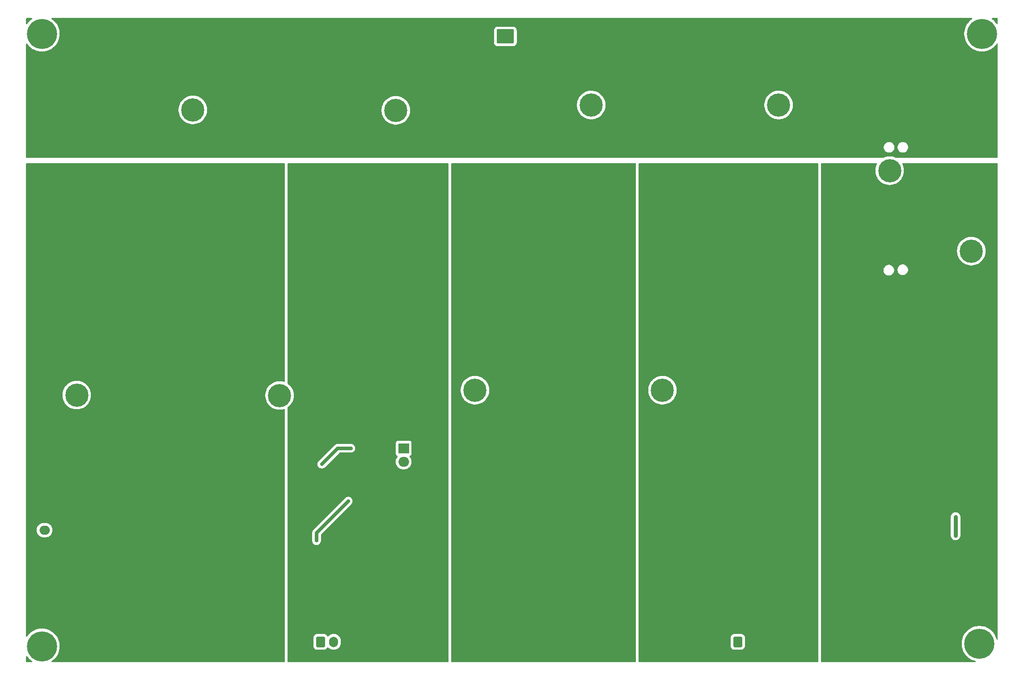
<source format=gbr>
%TF.GenerationSoftware,KiCad,Pcbnew,9.0.2*%
%TF.CreationDate,2026-02-24T05:03:32-05:00*%
%TF.ProjectId,PowerDistro_New,506f7765-7244-4697-9374-726f5f4e6577,rev?*%
%TF.SameCoordinates,Original*%
%TF.FileFunction,Copper,L2,Bot*%
%TF.FilePolarity,Positive*%
%FSLAX46Y46*%
G04 Gerber Fmt 4.6, Leading zero omitted, Abs format (unit mm)*
G04 Created by KiCad (PCBNEW 9.0.2) date 2026-02-24 05:03:32*
%MOMM*%
%LPD*%
G01*
G04 APERTURE LIST*
G04 Aperture macros list*
%AMRoundRect*
0 Rectangle with rounded corners*
0 $1 Rounding radius*
0 $2 $3 $4 $5 $6 $7 $8 $9 X,Y pos of 4 corners*
0 Add a 4 corners polygon primitive as box body*
4,1,4,$2,$3,$4,$5,$6,$7,$8,$9,$2,$3,0*
0 Add four circle primitives for the rounded corners*
1,1,$1+$1,$2,$3*
1,1,$1+$1,$4,$5*
1,1,$1+$1,$6,$7*
1,1,$1+$1,$8,$9*
0 Add four rect primitives between the rounded corners*
20,1,$1+$1,$2,$3,$4,$5,0*
20,1,$1+$1,$4,$5,$6,$7,0*
20,1,$1+$1,$6,$7,$8,$9,0*
20,1,$1+$1,$8,$9,$2,$3,0*%
G04 Aperture macros list end*
%TA.AperFunction,ComponentPad*%
%ADD10C,5.700000*%
%TD*%
%TA.AperFunction,ComponentPad*%
%ADD11C,4.400000*%
%TD*%
%TA.AperFunction,ComponentPad*%
%ADD12RoundRect,0.250000X-0.750000X0.600000X-0.750000X-0.600000X0.750000X-0.600000X0.750000X0.600000X0*%
%TD*%
%TA.AperFunction,ComponentPad*%
%ADD13O,2.000000X1.700000*%
%TD*%
%TA.AperFunction,ComponentPad*%
%ADD14R,2.000000X1.905000*%
%TD*%
%TA.AperFunction,ComponentPad*%
%ADD15O,2.000000X1.905000*%
%TD*%
%TA.AperFunction,ComponentPad*%
%ADD16O,1.750000X1.150000*%
%TD*%
%TA.AperFunction,ComponentPad*%
%ADD17RoundRect,0.250000X-0.600000X-0.750000X0.600000X-0.750000X0.600000X0.750000X-0.600000X0.750000X0*%
%TD*%
%TA.AperFunction,ComponentPad*%
%ADD18O,1.700000X2.000000*%
%TD*%
%TA.AperFunction,ComponentPad*%
%ADD19RoundRect,0.613124X0.613124X0.869641X-0.613124X0.869641X-0.613124X-0.869641X0.613124X-0.869641X0*%
%TD*%
%TA.AperFunction,ComponentPad*%
%ADD20RoundRect,0.617688X0.617688X0.858291X-0.617688X0.858291X-0.617688X-0.858291X0.617688X-0.858291X0*%
%TD*%
%TA.AperFunction,ComponentPad*%
%ADD21RoundRect,0.470000X0.551402X0.470000X-0.551402X0.470000X-0.551402X-0.470000X0.551402X-0.470000X0*%
%TD*%
%TA.AperFunction,ComponentPad*%
%ADD22RoundRect,0.585701X0.585701X0.723217X-0.585701X0.723217X-0.585701X-0.723217X0.585701X-0.723217X0*%
%TD*%
%TA.AperFunction,ComponentPad*%
%ADD23RoundRect,0.250001X1.399999X-1.099999X1.399999X1.099999X-1.399999X1.099999X-1.399999X-1.099999X0*%
%TD*%
%TA.AperFunction,ComponentPad*%
%ADD24O,3.300000X2.700000*%
%TD*%
%TA.AperFunction,ViaPad*%
%ADD25C,0.600000*%
%TD*%
%TA.AperFunction,ViaPad*%
%ADD26C,0.635000*%
%TD*%
%TA.AperFunction,Conductor*%
%ADD27C,0.800000*%
%TD*%
%TA.AperFunction,Conductor*%
%ADD28C,0.635000*%
%TD*%
G04 APERTURE END LIST*
D10*
%TO.P,H3,1*%
%TO.N,N/C*%
X16000000Y-132000000D03*
%TD*%
D11*
%TO.P,U3,1,IN+*%
%TO.N,N/C*%
X155500000Y-29500000D03*
X133500000Y-83500000D03*
%TD*%
D12*
%TO.P,J5,1,Pin_1*%
%TO.N,/Reg1 GND*%
X16500000Y-107500000D03*
D13*
%TO.P,J5,2,Pin_2*%
%TO.N,/12V Reg1*%
X16500000Y-110000000D03*
%TD*%
D11*
%TO.P,U1,1,IN+*%
%TO.N,N/C*%
X44587500Y-30412500D03*
X22587500Y-84412500D03*
%TD*%
D14*
%TO.P,Q1,1,G*%
%TO.N,/LiDAR Wire*%
X84500000Y-94500000D03*
D15*
%TO.P,Q1,2,D*%
%TO.N,/LiDAR GND*%
X84500000Y-97040000D03*
%TO.P,Q1,3,S*%
%TO.N,/Reg2 GND*%
X84500000Y-99580000D03*
%TD*%
D16*
%TO.P,J7,SH1,SHIELD*%
%TO.N,/5V GND*%
X192237500Y-113640000D03*
%TO.P,J7,SH2,SHIELD__1*%
X192237500Y-105000000D03*
%TO.P,J7,SH3,SHIELD__2*%
X196037500Y-113640000D03*
%TO.P,J7,SH4,SHIELD__3*%
X196037500Y-105000000D03*
%TD*%
D11*
%TO.P,U5,1,IN+*%
%TO.N,N/C*%
X120000000Y-29500000D03*
X98000000Y-83500000D03*
%TD*%
D17*
%TO.P,J6,1,Pin_1*%
%TO.N,/LiDAR GND*%
X68750000Y-131150000D03*
D18*
%TO.P,J6,2,Pin_2*%
%TO.N,/12V Reg2*%
X71250000Y-131150000D03*
%TD*%
D10*
%TO.P,H1,1*%
%TO.N,N/C*%
X16000000Y-16000000D03*
%TD*%
%TO.P,H4,1*%
%TO.N,N/C*%
X193500000Y-131500000D03*
%TD*%
%TO.P,H2,1*%
%TO.N,N/C*%
X194000000Y-16000000D03*
%TD*%
D11*
%TO.P,U6,1,IN+*%
%TO.N,N/C*%
X176511148Y-41918656D03*
X191973267Y-57158934D03*
D19*
%TO.P,U6,2,IN-*%
%TO.N,-BATT*%
X192415343Y-37476517D03*
D20*
X189693405Y-37458331D03*
D21*
%TO.P,U6,4,Out-*%
%TO.N,/5V GND*%
X192310034Y-60806094D03*
D22*
X189668639Y-60683226D03*
%TD*%
D17*
%TO.P,J4,1,Pin_1*%
%TO.N,/19V*%
X147750000Y-131150000D03*
D18*
%TO.P,J4,2,Pin_2*%
%TO.N,/19V GND*%
X150250000Y-131150000D03*
%TD*%
D23*
%TO.P,J1,1,Pin_1*%
%TO.N,+BATT*%
X103750000Y-16500000D03*
D24*
%TO.P,J1,2,Pin_2*%
%TO.N,-BATT*%
X109250000Y-16500000D03*
%TD*%
D11*
%TO.P,U2,1,IN+*%
%TO.N,N/C*%
X83000000Y-30500000D03*
X61000000Y-84500000D03*
%TD*%
D25*
%TO.N,/5V GND*%
X196500000Y-103000000D03*
%TO.N,-BATT*%
X23500000Y-26000000D03*
X123000000Y-14000000D03*
X65500000Y-26000000D03*
X81500000Y-25500000D03*
X183000000Y-26000000D03*
X156000000Y-26000000D03*
X18000000Y-35500000D03*
X194500000Y-35000000D03*
X119500000Y-16500000D03*
X92500000Y-19000000D03*
X139000000Y-25000000D03*
X170000000Y-26500000D03*
X127000000Y-26000000D03*
X124000000Y-16500000D03*
X94000000Y-14000000D03*
X41000000Y-25500000D03*
X116000000Y-25000000D03*
X103000000Y-25000000D03*
X129000000Y-36000000D03*
X56000000Y-36000000D03*
X93500000Y-36000000D03*
X91000000Y-16500000D03*
X163000000Y-35000000D03*
X120500000Y-20000000D03*
%TO.N,/Reg3 GND*%
X104000000Y-81500000D03*
X105500000Y-97000000D03*
X125500000Y-60500000D03*
X109000000Y-127500000D03*
X125000000Y-75500000D03*
%TO.N,/Reg1 GND*%
X59500000Y-104500000D03*
X18000000Y-75000000D03*
X17500000Y-100500000D03*
X52000000Y-60000000D03*
X41500000Y-103500000D03*
X54500000Y-75000000D03*
X30500000Y-125500000D03*
%TO.N,/19V GND*%
X156000000Y-128500000D03*
X160500000Y-76500000D03*
X138500000Y-85000000D03*
X132500000Y-76000000D03*
X161500000Y-62000000D03*
D26*
%TO.N,/LiDAR GND*%
X74000000Y-104500000D03*
X68000000Y-112000000D03*
D25*
%TO.N,/5V GND*%
X194500000Y-74000000D03*
X171000000Y-115500000D03*
X190500000Y-105500000D03*
X174500000Y-128000000D03*
X187500000Y-113000000D03*
X193500000Y-66000000D03*
X172500000Y-80500000D03*
X193000000Y-103000000D03*
X193000000Y-116000000D03*
X196500000Y-116000000D03*
D26*
%TO.N,/LiDAR Wire*%
X74500000Y-94500000D03*
X69000000Y-97500000D03*
D25*
%TO.N,/Reg2 GND*%
X85000000Y-115500000D03*
X66500000Y-103000000D03*
X90500000Y-61500000D03*
X90000000Y-76000000D03*
X66500000Y-82000000D03*
%TO.N,Net-(J7-CC2)*%
X189000000Y-107500000D03*
X189000000Y-111000000D03*
%TD*%
D27*
%TO.N,Net-(J7-CC2)*%
X189000000Y-111000000D02*
X189000000Y-107500000D01*
D28*
%TO.N,/12V Reg1*%
X16585172Y-110000000D02*
X16500000Y-110000000D01*
%TO.N,/LiDAR GND*%
X74000000Y-104500000D02*
X68000000Y-110500000D01*
X68000000Y-110500000D02*
X68000000Y-112000000D01*
%TO.N,/LiDAR Wire*%
X72000000Y-94500000D02*
X69000000Y-97500000D01*
X74500000Y-94500000D02*
X72000000Y-94500000D01*
%TD*%
%TA.AperFunction,Conductor*%
%TO.N,/Reg2 GND*%
G36*
X92937539Y-40519685D02*
G01*
X92983294Y-40572489D01*
X92994500Y-40624000D01*
X92994500Y-134875500D01*
X92974815Y-134942539D01*
X92922011Y-134988294D01*
X92870500Y-134999500D01*
X62624000Y-134999500D01*
X62556961Y-134979815D01*
X62511206Y-134927011D01*
X62500000Y-134875500D01*
X62500000Y-130349983D01*
X67399500Y-130349983D01*
X67399500Y-131950001D01*
X67399501Y-131950018D01*
X67410000Y-132052796D01*
X67410001Y-132052799D01*
X67455894Y-132191294D01*
X67465186Y-132219334D01*
X67557288Y-132368656D01*
X67681344Y-132492712D01*
X67830666Y-132584814D01*
X67997203Y-132639999D01*
X68099991Y-132650500D01*
X69400008Y-132650499D01*
X69502797Y-132639999D01*
X69669334Y-132584814D01*
X69818656Y-132492712D01*
X69942712Y-132368656D01*
X70034814Y-132219334D01*
X70034814Y-132219331D01*
X70038178Y-132213879D01*
X70090126Y-132167154D01*
X70159088Y-132155931D01*
X70223170Y-132183774D01*
X70231398Y-132191294D01*
X70370213Y-132330109D01*
X70542179Y-132455048D01*
X70542181Y-132455049D01*
X70542184Y-132455051D01*
X70731588Y-132551557D01*
X70933757Y-132617246D01*
X71143713Y-132650500D01*
X71143714Y-132650500D01*
X71356286Y-132650500D01*
X71356287Y-132650500D01*
X71566243Y-132617246D01*
X71768412Y-132551557D01*
X71957816Y-132455051D01*
X71979789Y-132439086D01*
X72129786Y-132330109D01*
X72129788Y-132330106D01*
X72129792Y-132330104D01*
X72280104Y-132179792D01*
X72280106Y-132179788D01*
X72280109Y-132179786D01*
X72405048Y-132007820D01*
X72405047Y-132007820D01*
X72405051Y-132007816D01*
X72501557Y-131818412D01*
X72567246Y-131616243D01*
X72600500Y-131406287D01*
X72600500Y-130893713D01*
X72567246Y-130683757D01*
X72501557Y-130481588D01*
X72405051Y-130292184D01*
X72405049Y-130292181D01*
X72405048Y-130292179D01*
X72280109Y-130120213D01*
X72129786Y-129969890D01*
X71957820Y-129844951D01*
X71768414Y-129748444D01*
X71768413Y-129748443D01*
X71768412Y-129748443D01*
X71566243Y-129682754D01*
X71566241Y-129682753D01*
X71566240Y-129682753D01*
X71404957Y-129657208D01*
X71356287Y-129649500D01*
X71143713Y-129649500D01*
X71095042Y-129657208D01*
X70933760Y-129682753D01*
X70731585Y-129748444D01*
X70542179Y-129844951D01*
X70370215Y-129969889D01*
X70231398Y-130108706D01*
X70170075Y-130142190D01*
X70100383Y-130137206D01*
X70044450Y-130095334D01*
X70038178Y-130086120D01*
X69942712Y-129931344D01*
X69818657Y-129807289D01*
X69818656Y-129807288D01*
X69669334Y-129715186D01*
X69502797Y-129660001D01*
X69502795Y-129660000D01*
X69400010Y-129649500D01*
X68099998Y-129649500D01*
X68099981Y-129649501D01*
X67997203Y-129660000D01*
X67997200Y-129660001D01*
X67830668Y-129715185D01*
X67830663Y-129715187D01*
X67681342Y-129807289D01*
X67557289Y-129931342D01*
X67465187Y-130080663D01*
X67465185Y-130080668D01*
X67460325Y-130095334D01*
X67410001Y-130247203D01*
X67410001Y-130247204D01*
X67410000Y-130247204D01*
X67399500Y-130349983D01*
X62500000Y-130349983D01*
X62500000Y-110419429D01*
X67182000Y-110419429D01*
X67182000Y-112080570D01*
X67213433Y-112238594D01*
X67213435Y-112238602D01*
X67275096Y-112387466D01*
X67364619Y-112521447D01*
X67478552Y-112635380D01*
X67612533Y-112724903D01*
X67686965Y-112755733D01*
X67761398Y-112786565D01*
X67919429Y-112817999D01*
X67919433Y-112818000D01*
X67919434Y-112818000D01*
X68080567Y-112818000D01*
X68080568Y-112817999D01*
X68238602Y-112786565D01*
X68387468Y-112724902D01*
X68521445Y-112635382D01*
X68635382Y-112521445D01*
X68724902Y-112387468D01*
X68786565Y-112238602D01*
X68818000Y-112080566D01*
X68818000Y-110890189D01*
X68837685Y-110823150D01*
X68854319Y-110802508D01*
X74635379Y-105021448D01*
X74635382Y-105021445D01*
X74724902Y-104887469D01*
X74747956Y-104831811D01*
X74786565Y-104738602D01*
X74818000Y-104580566D01*
X74818000Y-104419434D01*
X74786565Y-104261398D01*
X74755733Y-104186965D01*
X74724903Y-104112533D01*
X74635380Y-103978552D01*
X74521447Y-103864619D01*
X74387466Y-103775096D01*
X74238602Y-103713435D01*
X74238594Y-103713433D01*
X74080570Y-103682000D01*
X74080566Y-103682000D01*
X73919434Y-103682000D01*
X73919429Y-103682000D01*
X73761405Y-103713433D01*
X73761393Y-103713436D01*
X73656132Y-103757037D01*
X73612533Y-103775096D01*
X73612528Y-103775099D01*
X73478559Y-103864614D01*
X73478551Y-103864620D01*
X67364620Y-109978551D01*
X67364617Y-109978555D01*
X67275100Y-110112525D01*
X67275093Y-110112538D01*
X67213436Y-110261393D01*
X67213433Y-110261405D01*
X67182000Y-110419429D01*
X62500000Y-110419429D01*
X62500000Y-97419429D01*
X68182000Y-97419429D01*
X68182000Y-97580570D01*
X68213433Y-97738594D01*
X68213435Y-97738602D01*
X68239504Y-97801538D01*
X68239504Y-97801539D01*
X68275093Y-97887461D01*
X68275100Y-97887474D01*
X68364617Y-98021444D01*
X68364620Y-98021448D01*
X68478551Y-98135379D01*
X68478555Y-98135382D01*
X68612532Y-98224903D01*
X68686963Y-98255732D01*
X68686964Y-98255733D01*
X68686965Y-98255733D01*
X68761398Y-98286565D01*
X68919429Y-98317999D01*
X68919433Y-98318000D01*
X68919434Y-98318000D01*
X69080567Y-98318000D01*
X69080568Y-98317999D01*
X69238602Y-98286565D01*
X69313035Y-98255733D01*
X69387468Y-98224903D01*
X69521445Y-98135382D01*
X72302507Y-95354318D01*
X72363830Y-95320834D01*
X72390188Y-95318000D01*
X74580567Y-95318000D01*
X74580568Y-95317999D01*
X74738602Y-95286565D01*
X74887468Y-95224902D01*
X75021445Y-95135382D01*
X75135382Y-95021445D01*
X75224902Y-94887468D01*
X75286565Y-94738602D01*
X75318000Y-94580566D01*
X75318000Y-94419434D01*
X75286565Y-94261398D01*
X75255733Y-94186965D01*
X75224903Y-94112533D01*
X75135380Y-93978552D01*
X75021447Y-93864619D01*
X74887466Y-93775096D01*
X74738602Y-93713435D01*
X74738594Y-93713433D01*
X74580570Y-93682000D01*
X74580566Y-93682000D01*
X71919434Y-93682000D01*
X71919429Y-93682000D01*
X71761405Y-93713433D01*
X71761393Y-93713436D01*
X71612536Y-93775094D01*
X71612534Y-93775095D01*
X71535722Y-93826420D01*
X71478554Y-93864618D01*
X71421586Y-93921586D01*
X71364618Y-93978555D01*
X71364616Y-93978557D01*
X68364620Y-96978551D01*
X68364617Y-96978555D01*
X68275100Y-97112526D01*
X68275098Y-97112530D01*
X68275097Y-97112532D01*
X68252044Y-97168189D01*
X68213435Y-97261397D01*
X68213433Y-97261405D01*
X68182000Y-97419429D01*
X62500000Y-97419429D01*
X62500000Y-93499635D01*
X82999500Y-93499635D01*
X82999500Y-95500370D01*
X82999501Y-95500376D01*
X83005908Y-95559983D01*
X83056202Y-95694828D01*
X83056206Y-95694835D01*
X83142452Y-95810044D01*
X83142455Y-95810047D01*
X83257664Y-95896293D01*
X83257669Y-95896296D01*
X83285539Y-95906690D01*
X83341473Y-95948561D01*
X83365891Y-96014024D01*
X83351040Y-96082298D01*
X83342525Y-96095759D01*
X83209783Y-96278461D01*
X83105950Y-96482244D01*
X83035278Y-96699750D01*
X83035278Y-96699753D01*
X82999500Y-96925646D01*
X82999500Y-97154353D01*
X83035278Y-97380246D01*
X83035278Y-97380249D01*
X83105950Y-97597755D01*
X83209783Y-97801538D01*
X83344214Y-97986566D01*
X83505934Y-98148286D01*
X83690962Y-98282717D01*
X83760209Y-98318000D01*
X83894744Y-98386549D01*
X84112251Y-98457221D01*
X84112252Y-98457221D01*
X84112255Y-98457222D01*
X84338146Y-98493000D01*
X84338147Y-98493000D01*
X84661853Y-98493000D01*
X84661854Y-98493000D01*
X84887745Y-98457222D01*
X84887748Y-98457221D01*
X84887749Y-98457221D01*
X85105255Y-98386549D01*
X85105255Y-98386548D01*
X85105258Y-98386548D01*
X85309038Y-98282717D01*
X85494066Y-98148286D01*
X85655786Y-97986566D01*
X85790217Y-97801538D01*
X85894048Y-97597758D01*
X85951989Y-97419434D01*
X85964721Y-97380249D01*
X85964721Y-97380248D01*
X85964722Y-97380245D01*
X86000500Y-97154354D01*
X86000500Y-96925646D01*
X85964722Y-96699755D01*
X85964721Y-96699751D01*
X85964721Y-96699750D01*
X85894049Y-96482244D01*
X85790216Y-96278461D01*
X85657472Y-96095755D01*
X85633994Y-96029953D01*
X85649819Y-95961899D01*
X85699925Y-95913204D01*
X85714455Y-95906692D01*
X85742331Y-95896296D01*
X85857546Y-95810046D01*
X85943796Y-95694831D01*
X85994091Y-95559983D01*
X86000500Y-95500373D01*
X86000499Y-93499628D01*
X85994091Y-93440017D01*
X85943796Y-93305169D01*
X85943795Y-93305168D01*
X85943793Y-93305164D01*
X85857547Y-93189955D01*
X85857544Y-93189952D01*
X85742335Y-93103706D01*
X85742328Y-93103702D01*
X85607482Y-93053408D01*
X85607483Y-93053408D01*
X85547883Y-93047001D01*
X85547881Y-93047000D01*
X85547873Y-93047000D01*
X85547864Y-93047000D01*
X83452129Y-93047000D01*
X83452123Y-93047001D01*
X83392516Y-93053408D01*
X83257671Y-93103702D01*
X83257664Y-93103706D01*
X83142455Y-93189952D01*
X83142452Y-93189955D01*
X83056206Y-93305164D01*
X83056202Y-93305171D01*
X83005908Y-93440017D01*
X82999501Y-93499616D01*
X82999501Y-93499623D01*
X82999500Y-93499635D01*
X62500000Y-93499635D01*
X62500000Y-86815369D01*
X62519685Y-86748330D01*
X62558033Y-86710372D01*
X62565164Y-86705892D01*
X62802304Y-86516779D01*
X63016779Y-86302304D01*
X63205892Y-86065164D01*
X63367265Y-85808341D01*
X63498868Y-85535065D01*
X63599046Y-85248772D01*
X63666540Y-84953063D01*
X63700500Y-84651657D01*
X63700500Y-84348343D01*
X63673489Y-84108612D01*
X63666542Y-84046951D01*
X63666541Y-84046946D01*
X63666540Y-84046937D01*
X63599046Y-83751228D01*
X63498868Y-83464935D01*
X63367265Y-83191659D01*
X63205892Y-82934836D01*
X63016779Y-82697696D01*
X62802304Y-82483221D01*
X62565164Y-82294108D01*
X62558020Y-82289619D01*
X62511733Y-82237281D01*
X62500000Y-82184630D01*
X62500000Y-40624000D01*
X62519685Y-40556961D01*
X62572489Y-40511206D01*
X62624000Y-40500000D01*
X92870500Y-40500000D01*
X92937539Y-40519685D01*
G37*
%TD.AperFunction*%
%TD*%
%TA.AperFunction,Conductor*%
%TO.N,-BATT*%
G36*
X192116593Y-13020185D02*
G01*
X192162348Y-13072989D01*
X192172292Y-13142147D01*
X192143267Y-13205703D01*
X192118445Y-13227602D01*
X192001710Y-13305601D01*
X192001696Y-13305611D01*
X191747222Y-13514453D01*
X191514453Y-13747222D01*
X191305611Y-14001696D01*
X191305601Y-14001710D01*
X191122718Y-14275414D01*
X191122707Y-14275432D01*
X190967535Y-14565741D01*
X190967528Y-14565755D01*
X190841552Y-14869887D01*
X190745987Y-15184922D01*
X190745984Y-15184933D01*
X190681768Y-15507781D01*
X190681765Y-15507798D01*
X190649500Y-15835403D01*
X190649500Y-16164596D01*
X190681765Y-16492201D01*
X190681768Y-16492218D01*
X190745984Y-16815066D01*
X190745987Y-16815077D01*
X190841552Y-17130112D01*
X190967528Y-17434244D01*
X190967535Y-17434258D01*
X191122707Y-17724567D01*
X191122718Y-17724585D01*
X191305601Y-17998289D01*
X191305611Y-17998303D01*
X191514453Y-18252777D01*
X191747222Y-18485546D01*
X191747227Y-18485550D01*
X191747228Y-18485551D01*
X192001702Y-18694393D01*
X192275421Y-18877286D01*
X192565749Y-19032469D01*
X192869889Y-19158448D01*
X193184913Y-19254010D01*
X193184919Y-19254011D01*
X193184922Y-19254012D01*
X193184933Y-19254015D01*
X193365361Y-19289903D01*
X193507787Y-19318233D01*
X193835400Y-19350500D01*
X193835403Y-19350500D01*
X194164597Y-19350500D01*
X194164600Y-19350500D01*
X194492213Y-19318233D01*
X194669760Y-19282916D01*
X194815066Y-19254015D01*
X194815077Y-19254012D01*
X194815077Y-19254011D01*
X194815087Y-19254010D01*
X195130111Y-19158448D01*
X195434251Y-19032469D01*
X195724579Y-18877286D01*
X195998298Y-18694393D01*
X196252772Y-18485551D01*
X196485551Y-18252772D01*
X196694393Y-17998298D01*
X196772398Y-17881554D01*
X196826010Y-17836750D01*
X196895335Y-17828043D01*
X196958362Y-17858197D01*
X196995082Y-17917640D01*
X196999500Y-17950446D01*
X196999500Y-39376000D01*
X196979815Y-39443039D01*
X196927011Y-39488794D01*
X196875500Y-39500000D01*
X177741077Y-39500000D01*
X177687275Y-39487720D01*
X177546216Y-39419789D01*
X177259931Y-39319613D01*
X177259919Y-39319609D01*
X177031704Y-39267520D01*
X176964211Y-39252116D01*
X176964208Y-39252115D01*
X176964196Y-39252113D01*
X176662811Y-39218156D01*
X176662805Y-39218156D01*
X176359491Y-39218156D01*
X176359484Y-39218156D01*
X176058099Y-39252113D01*
X176058085Y-39252116D01*
X175762376Y-39319609D01*
X175762364Y-39319613D01*
X175476079Y-39419789D01*
X175335021Y-39487720D01*
X175281219Y-39500000D01*
X13124500Y-39500000D01*
X13057461Y-39480315D01*
X13011706Y-39427511D01*
X13000500Y-39376000D01*
X13000500Y-37615926D01*
X175409578Y-37615926D01*
X175448026Y-37809212D01*
X175448029Y-37809222D01*
X175523443Y-37991290D01*
X175523450Y-37991303D01*
X175632939Y-38155164D01*
X175632942Y-38155168D01*
X175772293Y-38294519D01*
X175772297Y-38294522D01*
X175936158Y-38404011D01*
X175936171Y-38404018D01*
X176118239Y-38479432D01*
X176118244Y-38479434D01*
X176118248Y-38479434D01*
X176118249Y-38479435D01*
X176311535Y-38517883D01*
X176311538Y-38517883D01*
X176508622Y-38517883D01*
X176638661Y-38492015D01*
X176701914Y-38479434D01*
X176883993Y-38404015D01*
X177047861Y-38294522D01*
X177187218Y-38155165D01*
X177296711Y-37991297D01*
X177372130Y-37809218D01*
X177410579Y-37615924D01*
X177410579Y-37598543D01*
X178007506Y-37598543D01*
X178045954Y-37791829D01*
X178045957Y-37791839D01*
X178121371Y-37973907D01*
X178121378Y-37973920D01*
X178230867Y-38137781D01*
X178230870Y-38137785D01*
X178370221Y-38277136D01*
X178370225Y-38277139D01*
X178534086Y-38386628D01*
X178534099Y-38386635D01*
X178716167Y-38462049D01*
X178716172Y-38462051D01*
X178716176Y-38462051D01*
X178716177Y-38462052D01*
X178909463Y-38500500D01*
X178909466Y-38500500D01*
X179106550Y-38500500D01*
X179236589Y-38474632D01*
X179299842Y-38462051D01*
X179481921Y-38386632D01*
X179645789Y-38277139D01*
X179785146Y-38137782D01*
X179894639Y-37973914D01*
X179970058Y-37791835D01*
X180005049Y-37615926D01*
X180008507Y-37598543D01*
X180008507Y-37401456D01*
X179970059Y-37208170D01*
X179970058Y-37208169D01*
X179970058Y-37208165D01*
X179901842Y-37043475D01*
X179894642Y-37026092D01*
X179894635Y-37026079D01*
X179785146Y-36862218D01*
X179785143Y-36862214D01*
X179645792Y-36722863D01*
X179645788Y-36722860D01*
X179481927Y-36613371D01*
X179481914Y-36613364D01*
X179299846Y-36537950D01*
X179299836Y-36537947D01*
X179106550Y-36499500D01*
X179106548Y-36499500D01*
X178909466Y-36499500D01*
X178909464Y-36499500D01*
X178716177Y-36537947D01*
X178716167Y-36537950D01*
X178534099Y-36613364D01*
X178534086Y-36613371D01*
X178370225Y-36722860D01*
X178370221Y-36722863D01*
X178230870Y-36862214D01*
X178230867Y-36862218D01*
X178121378Y-37026079D01*
X178121371Y-37026092D01*
X178045957Y-37208160D01*
X178045954Y-37208170D01*
X178007507Y-37401456D01*
X178007507Y-37401459D01*
X178007507Y-37598541D01*
X178007507Y-37598543D01*
X178007506Y-37598543D01*
X177410579Y-37598543D01*
X177410579Y-37418842D01*
X177410579Y-37418839D01*
X177410578Y-37418838D01*
X177407121Y-37401459D01*
X177372130Y-37225548D01*
X177364928Y-37208160D01*
X177296714Y-37043475D01*
X177296707Y-37043462D01*
X177187218Y-36879601D01*
X177187215Y-36879597D01*
X177047864Y-36740246D01*
X177047860Y-36740243D01*
X176883999Y-36630754D01*
X176883986Y-36630747D01*
X176701918Y-36555333D01*
X176701908Y-36555330D01*
X176508622Y-36516883D01*
X176508620Y-36516883D01*
X176311538Y-36516883D01*
X176311536Y-36516883D01*
X176118249Y-36555330D01*
X176118239Y-36555333D01*
X175936171Y-36630747D01*
X175936158Y-36630754D01*
X175772297Y-36740243D01*
X175772293Y-36740246D01*
X175632942Y-36879597D01*
X175632939Y-36879601D01*
X175523450Y-37043462D01*
X175523443Y-37043475D01*
X175448029Y-37225543D01*
X175448026Y-37225553D01*
X175409579Y-37418839D01*
X175409579Y-37418842D01*
X175409579Y-37615924D01*
X175409579Y-37615926D01*
X175409578Y-37615926D01*
X13000500Y-37615926D01*
X13000500Y-30260836D01*
X41887000Y-30260836D01*
X41887000Y-30564163D01*
X41920957Y-30865548D01*
X41920960Y-30865562D01*
X41988453Y-31161271D01*
X41988457Y-31161283D01*
X42088633Y-31447568D01*
X42220233Y-31720838D01*
X42220235Y-31720841D01*
X42381608Y-31977664D01*
X42570721Y-32214804D01*
X42785196Y-32429279D01*
X43022336Y-32618392D01*
X43279159Y-32779765D01*
X43552435Y-32911368D01*
X43767451Y-32986605D01*
X43838716Y-33011542D01*
X43838728Y-33011546D01*
X44134437Y-33079040D01*
X44134446Y-33079041D01*
X44134451Y-33079042D01*
X44335374Y-33101680D01*
X44435837Y-33112999D01*
X44435840Y-33113000D01*
X44435843Y-33113000D01*
X44739160Y-33113000D01*
X44739161Y-33112999D01*
X44893194Y-33095644D01*
X45040548Y-33079042D01*
X45040551Y-33079041D01*
X45040563Y-33079040D01*
X45336272Y-33011546D01*
X45622565Y-32911368D01*
X45895841Y-32779765D01*
X46152664Y-32618392D01*
X46389804Y-32429279D01*
X46604279Y-32214804D01*
X46793392Y-31977664D01*
X46954765Y-31720841D01*
X47086368Y-31447565D01*
X47186546Y-31161272D01*
X47254040Y-30865563D01*
X47260488Y-30808341D01*
X47270644Y-30718194D01*
X47288000Y-30564157D01*
X47288000Y-30348336D01*
X80299500Y-30348336D01*
X80299500Y-30651663D01*
X80333457Y-30953048D01*
X80333460Y-30953062D01*
X80400953Y-31248771D01*
X80400957Y-31248783D01*
X80501133Y-31535068D01*
X80632733Y-31808338D01*
X80632735Y-31808341D01*
X80794108Y-32065164D01*
X80983221Y-32302304D01*
X81197696Y-32516779D01*
X81434836Y-32705892D01*
X81691659Y-32867265D01*
X81964935Y-32998868D01*
X82179951Y-33074105D01*
X82251216Y-33099042D01*
X82251228Y-33099046D01*
X82546937Y-33166540D01*
X82546946Y-33166541D01*
X82546951Y-33166542D01*
X82747874Y-33189180D01*
X82848337Y-33200499D01*
X82848340Y-33200500D01*
X82848343Y-33200500D01*
X83151660Y-33200500D01*
X83151661Y-33200499D01*
X83305694Y-33183144D01*
X83453048Y-33166542D01*
X83453051Y-33166541D01*
X83453063Y-33166540D01*
X83748772Y-33099046D01*
X84035065Y-32998868D01*
X84308341Y-32867265D01*
X84565164Y-32705892D01*
X84802304Y-32516779D01*
X85016779Y-32302304D01*
X85205892Y-32065164D01*
X85367265Y-31808341D01*
X85498868Y-31535065D01*
X85599046Y-31248772D01*
X85666540Y-30953063D01*
X85676401Y-30865548D01*
X85700499Y-30651663D01*
X85700500Y-30651659D01*
X85700500Y-30348340D01*
X85700499Y-30348336D01*
X85666542Y-30046951D01*
X85666541Y-30046946D01*
X85666540Y-30046937D01*
X85599046Y-29751228D01*
X85498868Y-29464935D01*
X85498865Y-29464930D01*
X85498863Y-29464923D01*
X85466955Y-29398665D01*
X85442718Y-29348336D01*
X117299500Y-29348336D01*
X117299500Y-29651663D01*
X117333457Y-29953048D01*
X117333460Y-29953062D01*
X117400953Y-30248771D01*
X117400957Y-30248783D01*
X117501133Y-30535068D01*
X117632733Y-30808338D01*
X117632735Y-30808341D01*
X117794108Y-31065164D01*
X117983221Y-31302304D01*
X118197696Y-31516779D01*
X118434836Y-31705892D01*
X118691659Y-31867265D01*
X118964935Y-31998868D01*
X119154393Y-32065162D01*
X119251216Y-32099042D01*
X119251228Y-32099046D01*
X119546937Y-32166540D01*
X119546946Y-32166541D01*
X119546951Y-32166542D01*
X119747874Y-32189180D01*
X119848337Y-32200499D01*
X119848340Y-32200500D01*
X119848343Y-32200500D01*
X120151660Y-32200500D01*
X120151661Y-32200499D01*
X120305694Y-32183144D01*
X120453048Y-32166542D01*
X120453051Y-32166541D01*
X120453063Y-32166540D01*
X120748772Y-32099046D01*
X121035065Y-31998868D01*
X121308341Y-31867265D01*
X121565164Y-31705892D01*
X121802304Y-31516779D01*
X122016779Y-31302304D01*
X122205892Y-31065164D01*
X122367265Y-30808341D01*
X122498868Y-30535065D01*
X122599046Y-30248772D01*
X122666540Y-29953063D01*
X122700500Y-29651657D01*
X122700500Y-29348343D01*
X122700499Y-29348336D01*
X152799500Y-29348336D01*
X152799500Y-29651663D01*
X152833457Y-29953048D01*
X152833460Y-29953062D01*
X152900953Y-30248771D01*
X152900957Y-30248783D01*
X153001133Y-30535068D01*
X153132733Y-30808338D01*
X153132735Y-30808341D01*
X153294108Y-31065164D01*
X153483221Y-31302304D01*
X153697696Y-31516779D01*
X153934836Y-31705892D01*
X154191659Y-31867265D01*
X154464935Y-31998868D01*
X154654393Y-32065162D01*
X154751216Y-32099042D01*
X154751228Y-32099046D01*
X155046937Y-32166540D01*
X155046946Y-32166541D01*
X155046951Y-32166542D01*
X155247874Y-32189180D01*
X155348337Y-32200499D01*
X155348340Y-32200500D01*
X155348343Y-32200500D01*
X155651660Y-32200500D01*
X155651661Y-32200499D01*
X155805694Y-32183144D01*
X155953048Y-32166542D01*
X155953051Y-32166541D01*
X155953063Y-32166540D01*
X156248772Y-32099046D01*
X156535065Y-31998868D01*
X156808341Y-31867265D01*
X157065164Y-31705892D01*
X157302304Y-31516779D01*
X157516779Y-31302304D01*
X157705892Y-31065164D01*
X157867265Y-30808341D01*
X157998868Y-30535065D01*
X158099046Y-30248772D01*
X158166540Y-29953063D01*
X158200500Y-29651657D01*
X158200500Y-29348343D01*
X158172988Y-29104161D01*
X158166542Y-29046951D01*
X158166541Y-29046946D01*
X158166540Y-29046937D01*
X158099046Y-28751228D01*
X157998868Y-28464935D01*
X157867265Y-28191659D01*
X157705892Y-27934836D01*
X157516779Y-27697696D01*
X157302304Y-27483221D01*
X157065164Y-27294108D01*
X156808341Y-27132735D01*
X156808338Y-27132733D01*
X156535068Y-27001133D01*
X156248783Y-26900957D01*
X156248771Y-26900953D01*
X156020556Y-26848864D01*
X155953063Y-26833460D01*
X155953060Y-26833459D01*
X155953048Y-26833457D01*
X155651663Y-26799500D01*
X155651657Y-26799500D01*
X155348343Y-26799500D01*
X155348336Y-26799500D01*
X155046951Y-26833457D01*
X155046937Y-26833460D01*
X154751228Y-26900953D01*
X154751216Y-26900957D01*
X154464931Y-27001133D01*
X154191661Y-27132733D01*
X153934837Y-27294107D01*
X153697696Y-27483220D01*
X153483220Y-27697696D01*
X153294107Y-27934837D01*
X153132733Y-28191661D01*
X153001133Y-28464931D01*
X152900957Y-28751216D01*
X152900953Y-28751228D01*
X152833460Y-29046937D01*
X152833457Y-29046951D01*
X152799500Y-29348336D01*
X122700499Y-29348336D01*
X122672988Y-29104161D01*
X122666542Y-29046951D01*
X122666541Y-29046946D01*
X122666540Y-29046937D01*
X122599046Y-28751228D01*
X122498868Y-28464935D01*
X122367265Y-28191659D01*
X122205892Y-27934836D01*
X122016779Y-27697696D01*
X121802304Y-27483221D01*
X121565164Y-27294108D01*
X121308341Y-27132735D01*
X121308338Y-27132733D01*
X121035068Y-27001133D01*
X120748783Y-26900957D01*
X120748771Y-26900953D01*
X120520556Y-26848864D01*
X120453063Y-26833460D01*
X120453060Y-26833459D01*
X120453048Y-26833457D01*
X120151663Y-26799500D01*
X120151657Y-26799500D01*
X119848343Y-26799500D01*
X119848336Y-26799500D01*
X119546951Y-26833457D01*
X119546937Y-26833460D01*
X119251228Y-26900953D01*
X119251216Y-26900957D01*
X118964931Y-27001133D01*
X118691661Y-27132733D01*
X118434837Y-27294107D01*
X118197696Y-27483220D01*
X117983220Y-27697696D01*
X117794107Y-27934837D01*
X117632733Y-28191661D01*
X117501133Y-28464931D01*
X117400957Y-28751216D01*
X117400953Y-28751228D01*
X117333460Y-29046937D01*
X117333457Y-29046951D01*
X117299500Y-29348336D01*
X85442718Y-29348336D01*
X85367266Y-29191661D01*
X85312285Y-29104159D01*
X85205892Y-28934836D01*
X85016779Y-28697696D01*
X84802304Y-28483221D01*
X84565164Y-28294108D01*
X84308341Y-28132735D01*
X84308338Y-28132733D01*
X84035068Y-28001133D01*
X83748783Y-27900957D01*
X83748771Y-27900953D01*
X83520556Y-27848864D01*
X83453063Y-27833460D01*
X83453060Y-27833459D01*
X83453048Y-27833457D01*
X83151663Y-27799500D01*
X83151657Y-27799500D01*
X82848343Y-27799500D01*
X82848336Y-27799500D01*
X82546951Y-27833457D01*
X82546937Y-27833460D01*
X82251228Y-27900953D01*
X82251216Y-27900957D01*
X81964931Y-28001133D01*
X81691661Y-28132733D01*
X81434837Y-28294107D01*
X81197696Y-28483220D01*
X80983220Y-28697696D01*
X80794107Y-28934837D01*
X80632733Y-29191661D01*
X80501133Y-29464931D01*
X80400957Y-29751216D01*
X80400953Y-29751228D01*
X80333460Y-30046937D01*
X80333457Y-30046951D01*
X80299500Y-30348336D01*
X47288000Y-30348336D01*
X47288000Y-30260843D01*
X47276680Y-30160374D01*
X47254042Y-29959451D01*
X47254041Y-29959446D01*
X47254040Y-29959437D01*
X47186546Y-29663728D01*
X47086368Y-29377435D01*
X46954765Y-29104159D01*
X46793392Y-28847336D01*
X46604279Y-28610196D01*
X46389804Y-28395721D01*
X46152664Y-28206608D01*
X45895841Y-28045235D01*
X45895838Y-28045233D01*
X45622568Y-27913633D01*
X45336283Y-27813457D01*
X45336271Y-27813453D01*
X45108056Y-27761364D01*
X45040563Y-27745960D01*
X45040560Y-27745959D01*
X45040548Y-27745957D01*
X44739163Y-27712000D01*
X44739157Y-27712000D01*
X44435843Y-27712000D01*
X44435836Y-27712000D01*
X44134451Y-27745957D01*
X44134437Y-27745960D01*
X43838728Y-27813453D01*
X43838716Y-27813457D01*
X43552431Y-27913633D01*
X43279161Y-28045233D01*
X43022337Y-28206607D01*
X42785196Y-28395720D01*
X42570720Y-28610196D01*
X42381607Y-28847337D01*
X42220233Y-29104161D01*
X42088633Y-29377431D01*
X41988457Y-29663716D01*
X41988453Y-29663728D01*
X41920960Y-29959437D01*
X41920957Y-29959451D01*
X41887000Y-30260836D01*
X13000500Y-30260836D01*
X13000500Y-17950446D01*
X13020185Y-17883407D01*
X13072989Y-17837652D01*
X13142147Y-17827708D01*
X13205703Y-17856733D01*
X13227602Y-17881555D01*
X13305601Y-17998289D01*
X13305611Y-17998303D01*
X13514453Y-18252777D01*
X13747222Y-18485546D01*
X13747227Y-18485550D01*
X13747228Y-18485551D01*
X14001702Y-18694393D01*
X14275421Y-18877286D01*
X14565749Y-19032469D01*
X14869889Y-19158448D01*
X15184913Y-19254010D01*
X15184919Y-19254011D01*
X15184922Y-19254012D01*
X15184933Y-19254015D01*
X15365361Y-19289903D01*
X15507787Y-19318233D01*
X15835400Y-19350500D01*
X15835403Y-19350500D01*
X16164597Y-19350500D01*
X16164600Y-19350500D01*
X16492213Y-19318233D01*
X16669760Y-19282916D01*
X16815066Y-19254015D01*
X16815077Y-19254012D01*
X16815077Y-19254011D01*
X16815087Y-19254010D01*
X17130111Y-19158448D01*
X17434251Y-19032469D01*
X17724579Y-18877286D01*
X17998298Y-18694393D01*
X18252772Y-18485551D01*
X18485551Y-18252772D01*
X18694393Y-17998298D01*
X18877286Y-17724579D01*
X19032469Y-17434251D01*
X19158448Y-17130111D01*
X19254010Y-16815087D01*
X19254012Y-16815077D01*
X19254015Y-16815066D01*
X19282916Y-16669760D01*
X19318233Y-16492213D01*
X19350500Y-16164600D01*
X19350500Y-15835400D01*
X19318233Y-15507787D01*
X19286844Y-15349984D01*
X101599500Y-15349984D01*
X101599500Y-17650015D01*
X101610000Y-17752795D01*
X101610001Y-17752796D01*
X101665186Y-17919335D01*
X101665187Y-17919337D01*
X101757286Y-18068651D01*
X101757289Y-18068655D01*
X101881344Y-18192710D01*
X101881348Y-18192713D01*
X102030662Y-18284812D01*
X102030664Y-18284813D01*
X102030666Y-18284814D01*
X102197203Y-18339999D01*
X102299992Y-18350500D01*
X102299997Y-18350500D01*
X105200003Y-18350500D01*
X105200008Y-18350500D01*
X105302797Y-18339999D01*
X105469334Y-18284814D01*
X105618655Y-18192711D01*
X105742711Y-18068655D01*
X105834814Y-17919334D01*
X105889999Y-17752797D01*
X105900500Y-17650008D01*
X105900500Y-15349992D01*
X105889999Y-15247203D01*
X105834814Y-15080666D01*
X105742711Y-14931345D01*
X105618655Y-14807289D01*
X105618651Y-14807286D01*
X105469337Y-14715187D01*
X105469335Y-14715186D01*
X105386065Y-14687593D01*
X105302797Y-14660001D01*
X105302795Y-14660000D01*
X105200015Y-14649500D01*
X105200008Y-14649500D01*
X102299992Y-14649500D01*
X102299984Y-14649500D01*
X102197204Y-14660000D01*
X102197203Y-14660001D01*
X102030664Y-14715186D01*
X102030662Y-14715187D01*
X101881348Y-14807286D01*
X101881344Y-14807289D01*
X101757289Y-14931344D01*
X101757286Y-14931348D01*
X101665187Y-15080662D01*
X101665186Y-15080664D01*
X101610001Y-15247203D01*
X101610000Y-15247204D01*
X101599500Y-15349984D01*
X19286844Y-15349984D01*
X19254010Y-15184913D01*
X19158448Y-14869889D01*
X19032469Y-14565749D01*
X18877286Y-14275421D01*
X18694393Y-14001702D01*
X18485551Y-13747228D01*
X18485550Y-13747227D01*
X18485546Y-13747222D01*
X18252777Y-13514453D01*
X17998303Y-13305611D01*
X17998302Y-13305610D01*
X17998298Y-13305607D01*
X17881554Y-13227601D01*
X17836750Y-13173990D01*
X17828043Y-13104665D01*
X17858197Y-13041638D01*
X17917640Y-13004918D01*
X17950446Y-13000500D01*
X192049554Y-13000500D01*
X192116593Y-13020185D01*
G37*
%TD.AperFunction*%
%TD*%
%TA.AperFunction,NonConductor*%
G36*
X14116593Y-13020185D02*
G01*
X14162348Y-13072989D01*
X14172292Y-13142147D01*
X14143267Y-13205703D01*
X14118445Y-13227602D01*
X14001710Y-13305601D01*
X14001696Y-13305611D01*
X13747222Y-13514453D01*
X13514453Y-13747222D01*
X13305611Y-14001696D01*
X13305601Y-14001710D01*
X13227602Y-14118444D01*
X13173990Y-14163249D01*
X13104665Y-14171956D01*
X13041637Y-14141801D01*
X13004918Y-14082358D01*
X13000500Y-14049553D01*
X13000500Y-13124500D01*
X13020185Y-13057461D01*
X13072989Y-13011706D01*
X13124500Y-13000500D01*
X14049554Y-13000500D01*
X14116593Y-13020185D01*
G37*
%TD.AperFunction*%
%TA.AperFunction,NonConductor*%
G36*
X196942539Y-13020185D02*
G01*
X196988294Y-13072989D01*
X196999500Y-13124500D01*
X196999500Y-14049553D01*
X196979815Y-14116592D01*
X196927011Y-14162347D01*
X196857853Y-14172291D01*
X196794297Y-14143266D01*
X196772398Y-14118444D01*
X196694398Y-14001710D01*
X196694393Y-14001702D01*
X196485551Y-13747228D01*
X196485550Y-13747227D01*
X196485546Y-13747222D01*
X196252777Y-13514453D01*
X195998303Y-13305611D01*
X195998302Y-13305610D01*
X195998298Y-13305607D01*
X195881554Y-13227601D01*
X195836750Y-13173990D01*
X195828043Y-13104665D01*
X195858197Y-13041638D01*
X195917640Y-13004918D01*
X195950446Y-13000500D01*
X196875500Y-13000500D01*
X196942539Y-13020185D01*
G37*
%TD.AperFunction*%
%TA.AperFunction,Conductor*%
%TO.N,/Reg3 GND*%
G36*
X128437539Y-40519685D02*
G01*
X128483294Y-40572489D01*
X128494500Y-40624000D01*
X128494500Y-134875500D01*
X128474815Y-134942539D01*
X128422011Y-134988294D01*
X128370500Y-134999500D01*
X93624000Y-134999500D01*
X93556961Y-134979815D01*
X93511206Y-134927011D01*
X93500000Y-134875500D01*
X93500000Y-83348336D01*
X95299500Y-83348336D01*
X95299500Y-83651663D01*
X95333457Y-83953048D01*
X95333460Y-83953062D01*
X95400953Y-84248771D01*
X95400957Y-84248783D01*
X95501133Y-84535068D01*
X95632733Y-84808338D01*
X95632735Y-84808341D01*
X95794108Y-85065164D01*
X95983221Y-85302304D01*
X96197696Y-85516779D01*
X96434836Y-85705892D01*
X96691659Y-85867265D01*
X96964935Y-85998868D01*
X97179951Y-86074105D01*
X97251216Y-86099042D01*
X97251228Y-86099046D01*
X97546937Y-86166540D01*
X97546946Y-86166541D01*
X97546951Y-86166542D01*
X97747874Y-86189180D01*
X97848337Y-86200499D01*
X97848340Y-86200500D01*
X97848343Y-86200500D01*
X98151660Y-86200500D01*
X98151661Y-86200499D01*
X98305694Y-86183144D01*
X98453048Y-86166542D01*
X98453051Y-86166541D01*
X98453063Y-86166540D01*
X98748772Y-86099046D01*
X99035065Y-85998868D01*
X99308341Y-85867265D01*
X99565164Y-85705892D01*
X99802304Y-85516779D01*
X100016779Y-85302304D01*
X100205892Y-85065164D01*
X100367265Y-84808341D01*
X100498868Y-84535065D01*
X100599046Y-84248772D01*
X100666540Y-83953063D01*
X100676097Y-83868247D01*
X100700499Y-83651663D01*
X100700500Y-83651659D01*
X100700500Y-83348340D01*
X100700499Y-83348336D01*
X100666542Y-83046951D01*
X100666541Y-83046946D01*
X100666540Y-83046937D01*
X100599046Y-82751228D01*
X100498868Y-82464935D01*
X100367265Y-82191659D01*
X100205892Y-81934836D01*
X100016779Y-81697696D01*
X99802304Y-81483221D01*
X99565164Y-81294108D01*
X99308341Y-81132735D01*
X99308338Y-81132733D01*
X99035068Y-81001133D01*
X98748783Y-80900957D01*
X98748771Y-80900953D01*
X98520556Y-80848864D01*
X98453063Y-80833460D01*
X98453060Y-80833459D01*
X98453048Y-80833457D01*
X98151663Y-80799500D01*
X98151657Y-80799500D01*
X97848343Y-80799500D01*
X97848336Y-80799500D01*
X97546951Y-80833457D01*
X97546937Y-80833460D01*
X97251228Y-80900953D01*
X97251216Y-80900957D01*
X96964931Y-81001133D01*
X96691661Y-81132733D01*
X96434837Y-81294107D01*
X96197696Y-81483220D01*
X95983220Y-81697696D01*
X95794107Y-81934837D01*
X95632733Y-82191661D01*
X95501133Y-82464931D01*
X95400957Y-82751216D01*
X95400953Y-82751228D01*
X95333460Y-83046937D01*
X95333457Y-83046951D01*
X95299500Y-83348336D01*
X93500000Y-83348336D01*
X93500000Y-40624000D01*
X93519685Y-40556961D01*
X93572489Y-40511206D01*
X93624000Y-40500000D01*
X128370500Y-40500000D01*
X128437539Y-40519685D01*
G37*
%TD.AperFunction*%
%TD*%
%TA.AperFunction,Conductor*%
%TO.N,/Reg1 GND*%
G36*
X61870549Y-40513728D02*
G01*
X61937581Y-40533439D01*
X61983315Y-40586261D01*
X61994500Y-40637728D01*
X61994500Y-81812175D01*
X61974815Y-81879214D01*
X61922011Y-81924969D01*
X61852853Y-81934913D01*
X61829547Y-81929217D01*
X61748778Y-81900956D01*
X61748770Y-81900953D01*
X61540516Y-81853420D01*
X61453063Y-81833460D01*
X61453060Y-81833459D01*
X61453048Y-81833457D01*
X61151663Y-81799500D01*
X61151657Y-81799500D01*
X60848343Y-81799500D01*
X60848336Y-81799500D01*
X60546951Y-81833457D01*
X60546937Y-81833460D01*
X60251228Y-81900953D01*
X60251216Y-81900957D01*
X59964931Y-82001133D01*
X59691661Y-82132733D01*
X59434837Y-82294107D01*
X59197696Y-82483220D01*
X58983220Y-82697696D01*
X58794107Y-82934837D01*
X58632733Y-83191661D01*
X58501133Y-83464931D01*
X58400957Y-83751216D01*
X58400953Y-83751228D01*
X58333460Y-84046937D01*
X58333457Y-84046951D01*
X58299500Y-84348336D01*
X58299500Y-84651663D01*
X58333457Y-84953048D01*
X58333460Y-84953062D01*
X58400953Y-85248771D01*
X58400957Y-85248783D01*
X58501133Y-85535068D01*
X58632733Y-85808338D01*
X58632735Y-85808341D01*
X58794108Y-86065164D01*
X58983221Y-86302304D01*
X59197696Y-86516779D01*
X59434836Y-86705892D01*
X59691659Y-86867265D01*
X59964935Y-86998868D01*
X60160277Y-87067221D01*
X60251216Y-87099042D01*
X60251228Y-87099046D01*
X60546937Y-87166540D01*
X60546946Y-87166541D01*
X60546951Y-87166542D01*
X60735839Y-87187824D01*
X60848337Y-87200499D01*
X60848340Y-87200500D01*
X60848343Y-87200500D01*
X61151660Y-87200500D01*
X61151661Y-87200499D01*
X61305694Y-87183144D01*
X61453048Y-87166542D01*
X61453051Y-87166541D01*
X61453063Y-87166540D01*
X61748772Y-87099046D01*
X61762894Y-87094104D01*
X61829545Y-87070783D01*
X61899324Y-87067221D01*
X61959951Y-87101949D01*
X61992179Y-87163943D01*
X61994500Y-87187824D01*
X61994500Y-134875500D01*
X61974815Y-134942539D01*
X61922011Y-134988294D01*
X61870500Y-134999500D01*
X17950446Y-134999500D01*
X17883407Y-134979815D01*
X17837652Y-134927011D01*
X17827708Y-134857853D01*
X17856733Y-134794297D01*
X17881555Y-134772398D01*
X17998298Y-134694393D01*
X18252772Y-134485551D01*
X18485551Y-134252772D01*
X18694393Y-133998298D01*
X18877286Y-133724579D01*
X19032469Y-133434251D01*
X19158448Y-133130111D01*
X19254010Y-132815087D01*
X19254012Y-132815077D01*
X19254015Y-132815066D01*
X19282916Y-132669760D01*
X19318233Y-132492213D01*
X19350500Y-132164600D01*
X19350500Y-131835400D01*
X19318233Y-131507787D01*
X19289903Y-131365361D01*
X19254015Y-131184933D01*
X19254012Y-131184922D01*
X19254011Y-131184919D01*
X19254010Y-131184913D01*
X19158448Y-130869889D01*
X19032469Y-130565749D01*
X18877286Y-130275421D01*
X18694393Y-130001702D01*
X18485551Y-129747228D01*
X18485550Y-129747227D01*
X18485546Y-129747222D01*
X18252777Y-129514453D01*
X17998303Y-129305611D01*
X17998302Y-129305610D01*
X17998298Y-129305607D01*
X17724579Y-129122714D01*
X17724574Y-129122711D01*
X17724567Y-129122707D01*
X17434258Y-128967535D01*
X17434251Y-128967531D01*
X17434244Y-128967528D01*
X17130112Y-128841552D01*
X16815077Y-128745987D01*
X16815066Y-128745984D01*
X16492218Y-128681768D01*
X16492213Y-128681767D01*
X16492211Y-128681766D01*
X16492201Y-128681765D01*
X16251522Y-128658061D01*
X16164600Y-128649500D01*
X15835400Y-128649500D01*
X15755540Y-128657365D01*
X15507798Y-128681765D01*
X15507781Y-128681768D01*
X15184933Y-128745984D01*
X15184922Y-128745987D01*
X14869887Y-128841552D01*
X14565755Y-128967528D01*
X14565741Y-128967535D01*
X14275432Y-129122707D01*
X14275414Y-129122718D01*
X14001710Y-129305601D01*
X14001696Y-129305611D01*
X13747222Y-129514453D01*
X13514453Y-129747222D01*
X13305611Y-130001696D01*
X13305601Y-130001710D01*
X13227602Y-130118444D01*
X13173990Y-130163249D01*
X13104665Y-130171956D01*
X13041637Y-130141801D01*
X13004918Y-130082358D01*
X13000500Y-130049553D01*
X13000500Y-109893713D01*
X14999500Y-109893713D01*
X14999500Y-110106287D01*
X15032754Y-110316243D01*
X15074611Y-110445066D01*
X15098444Y-110518414D01*
X15194951Y-110707820D01*
X15319890Y-110879786D01*
X15470213Y-111030109D01*
X15642179Y-111155048D01*
X15642181Y-111155049D01*
X15642184Y-111155051D01*
X15831588Y-111251557D01*
X16033757Y-111317246D01*
X16243713Y-111350500D01*
X16243714Y-111350500D01*
X16756286Y-111350500D01*
X16756287Y-111350500D01*
X16966243Y-111317246D01*
X17168412Y-111251557D01*
X17357816Y-111155051D01*
X17379789Y-111139086D01*
X17529786Y-111030109D01*
X17529788Y-111030106D01*
X17529792Y-111030104D01*
X17680104Y-110879792D01*
X17680106Y-110879788D01*
X17680109Y-110879786D01*
X17805048Y-110707820D01*
X17805047Y-110707820D01*
X17805051Y-110707816D01*
X17901557Y-110518412D01*
X17967246Y-110316243D01*
X18000500Y-110106287D01*
X18000500Y-109893713D01*
X17967246Y-109683757D01*
X17901557Y-109481588D01*
X17805051Y-109292184D01*
X17805049Y-109292181D01*
X17805048Y-109292179D01*
X17680109Y-109120213D01*
X17529786Y-108969890D01*
X17357820Y-108844951D01*
X17168414Y-108748444D01*
X17168413Y-108748443D01*
X17168412Y-108748443D01*
X16966243Y-108682754D01*
X16966241Y-108682753D01*
X16966240Y-108682753D01*
X16804957Y-108657208D01*
X16756287Y-108649500D01*
X16243713Y-108649500D01*
X16195042Y-108657208D01*
X16033760Y-108682753D01*
X15831585Y-108748444D01*
X15642179Y-108844951D01*
X15470213Y-108969890D01*
X15319890Y-109120213D01*
X15194951Y-109292179D01*
X15098444Y-109481585D01*
X15032753Y-109683760D01*
X14999500Y-109893713D01*
X13000500Y-109893713D01*
X13000500Y-84260836D01*
X19887000Y-84260836D01*
X19887000Y-84564163D01*
X19920957Y-84865548D01*
X19920960Y-84865562D01*
X19988453Y-85161271D01*
X19988457Y-85161283D01*
X20088633Y-85447568D01*
X20220233Y-85720838D01*
X20220235Y-85720841D01*
X20381608Y-85977664D01*
X20570721Y-86214804D01*
X20785196Y-86429279D01*
X21022336Y-86618392D01*
X21279159Y-86779765D01*
X21552435Y-86911368D01*
X21767451Y-86986605D01*
X21838716Y-87011542D01*
X21838728Y-87011546D01*
X22134437Y-87079040D01*
X22134446Y-87079041D01*
X22134451Y-87079042D01*
X22335374Y-87101680D01*
X22435837Y-87112999D01*
X22435840Y-87113000D01*
X22435843Y-87113000D01*
X22739160Y-87113000D01*
X22739161Y-87112999D01*
X22893194Y-87095644D01*
X23040548Y-87079042D01*
X23040551Y-87079041D01*
X23040563Y-87079040D01*
X23336272Y-87011546D01*
X23622565Y-86911368D01*
X23895841Y-86779765D01*
X24152664Y-86618392D01*
X24389804Y-86429279D01*
X24604279Y-86214804D01*
X24793392Y-85977664D01*
X24954765Y-85720841D01*
X25086368Y-85447565D01*
X25186546Y-85161272D01*
X25254040Y-84865563D01*
X25288000Y-84564157D01*
X25288000Y-84260843D01*
X25276680Y-84160374D01*
X25254042Y-83959451D01*
X25254041Y-83959446D01*
X25254040Y-83959437D01*
X25186546Y-83663728D01*
X25086368Y-83377435D01*
X24954765Y-83104159D01*
X24793392Y-82847336D01*
X24604279Y-82610196D01*
X24389804Y-82395721D01*
X24152664Y-82206608D01*
X23895841Y-82045235D01*
X23895838Y-82045233D01*
X23622568Y-81913633D01*
X23336283Y-81813457D01*
X23336271Y-81813453D01*
X23108056Y-81761364D01*
X23040563Y-81745960D01*
X23040560Y-81745959D01*
X23040548Y-81745957D01*
X22739163Y-81712000D01*
X22739157Y-81712000D01*
X22435843Y-81712000D01*
X22435836Y-81712000D01*
X22134451Y-81745957D01*
X22134437Y-81745960D01*
X21838728Y-81813453D01*
X21838716Y-81813457D01*
X21552431Y-81913633D01*
X21279161Y-82045233D01*
X21022337Y-82206607D01*
X20785196Y-82395720D01*
X20570720Y-82610196D01*
X20381607Y-82847337D01*
X20220233Y-83104161D01*
X20088633Y-83377431D01*
X19988457Y-83663716D01*
X19988453Y-83663728D01*
X19920960Y-83959437D01*
X19920957Y-83959451D01*
X19887000Y-84260836D01*
X13000500Y-84260836D01*
X13000500Y-40618535D01*
X13020185Y-40551496D01*
X13072989Y-40505741D01*
X13124541Y-40494536D01*
X61870549Y-40513728D01*
G37*
%TD.AperFunction*%
%TD*%
%TA.AperFunction,NonConductor*%
G36*
X13205703Y-133856733D02*
G01*
X13227602Y-133881555D01*
X13305601Y-133998289D01*
X13305611Y-133998303D01*
X13514453Y-134252777D01*
X13747222Y-134485546D01*
X13747227Y-134485550D01*
X13747228Y-134485551D01*
X14001702Y-134694393D01*
X14118445Y-134772398D01*
X14163250Y-134826010D01*
X14171957Y-134895335D01*
X14141803Y-134958362D01*
X14082360Y-134995082D01*
X14049554Y-134999500D01*
X13124500Y-134999500D01*
X13057461Y-134979815D01*
X13011706Y-134927011D01*
X13000500Y-134875500D01*
X13000500Y-133950446D01*
X13020185Y-133883407D01*
X13072989Y-133837652D01*
X13142147Y-133827708D01*
X13205703Y-133856733D01*
G37*
%TD.AperFunction*%
%TA.AperFunction,Conductor*%
%TO.N,/5V GND*%
G36*
X174066702Y-40519685D02*
G01*
X174112457Y-40572489D01*
X174122401Y-40641647D01*
X174111383Y-40677802D01*
X174012281Y-40883587D01*
X173912105Y-41169872D01*
X173912101Y-41169884D01*
X173844608Y-41465593D01*
X173844605Y-41465607D01*
X173810648Y-41766992D01*
X173810648Y-42070319D01*
X173844605Y-42371704D01*
X173844608Y-42371718D01*
X173912101Y-42667427D01*
X173912105Y-42667439D01*
X174012281Y-42953724D01*
X174143881Y-43226994D01*
X174143883Y-43226997D01*
X174305256Y-43483820D01*
X174494369Y-43720960D01*
X174708844Y-43935435D01*
X174945984Y-44124548D01*
X175202807Y-44285921D01*
X175476083Y-44417524D01*
X175691099Y-44492761D01*
X175762364Y-44517698D01*
X175762376Y-44517702D01*
X176058085Y-44585196D01*
X176058094Y-44585197D01*
X176058099Y-44585198D01*
X176259022Y-44607836D01*
X176359485Y-44619155D01*
X176359488Y-44619156D01*
X176359491Y-44619156D01*
X176662808Y-44619156D01*
X176662809Y-44619155D01*
X176816842Y-44601800D01*
X176964196Y-44585198D01*
X176964199Y-44585197D01*
X176964211Y-44585196D01*
X177259920Y-44517702D01*
X177546213Y-44417524D01*
X177819489Y-44285921D01*
X178076312Y-44124548D01*
X178313452Y-43935435D01*
X178527927Y-43720960D01*
X178717040Y-43483820D01*
X178878413Y-43226997D01*
X179010016Y-42953721D01*
X179110194Y-42667428D01*
X179177688Y-42371719D01*
X179211648Y-42070313D01*
X179211648Y-41766999D01*
X179177688Y-41465593D01*
X179110194Y-41169884D01*
X179010016Y-40883591D01*
X178910912Y-40677801D01*
X178899561Y-40608861D01*
X178927283Y-40544726D01*
X178985278Y-40505760D01*
X179022633Y-40500000D01*
X196875500Y-40500000D01*
X196942539Y-40519685D01*
X196988294Y-40572489D01*
X196999500Y-40624000D01*
X196999500Y-130660078D01*
X196979815Y-130727117D01*
X196927011Y-130772872D01*
X196857853Y-130782816D01*
X196794297Y-130753791D01*
X196756523Y-130695013D01*
X196754769Y-130687878D01*
X196754754Y-130687882D01*
X196754012Y-130684922D01*
X196754011Y-130684919D01*
X196754010Y-130684913D01*
X196658448Y-130369889D01*
X196532469Y-130065749D01*
X196377286Y-129775421D01*
X196194393Y-129501702D01*
X195985551Y-129247228D01*
X195985550Y-129247227D01*
X195985546Y-129247222D01*
X195752777Y-129014453D01*
X195498303Y-128805611D01*
X195498302Y-128805610D01*
X195498298Y-128805607D01*
X195224579Y-128622714D01*
X195224574Y-128622711D01*
X195224567Y-128622707D01*
X194934258Y-128467535D01*
X194934251Y-128467531D01*
X194934244Y-128467528D01*
X194630112Y-128341552D01*
X194315077Y-128245987D01*
X194315066Y-128245984D01*
X193992218Y-128181768D01*
X193992213Y-128181767D01*
X193992211Y-128181766D01*
X193992201Y-128181765D01*
X193751522Y-128158061D01*
X193664600Y-128149500D01*
X193335400Y-128149500D01*
X193255540Y-128157365D01*
X193007798Y-128181765D01*
X193007781Y-128181768D01*
X192684933Y-128245984D01*
X192684922Y-128245987D01*
X192369887Y-128341552D01*
X192065755Y-128467528D01*
X192065741Y-128467535D01*
X191775432Y-128622707D01*
X191775414Y-128622718D01*
X191501710Y-128805601D01*
X191501696Y-128805611D01*
X191247222Y-129014453D01*
X191014453Y-129247222D01*
X190805611Y-129501696D01*
X190805601Y-129501710D01*
X190622718Y-129775414D01*
X190622707Y-129775432D01*
X190467535Y-130065741D01*
X190467528Y-130065755D01*
X190341552Y-130369887D01*
X190245987Y-130684922D01*
X190245984Y-130684933D01*
X190181768Y-131007781D01*
X190181765Y-131007798D01*
X190149500Y-131335403D01*
X190149500Y-131664596D01*
X190181765Y-131992201D01*
X190181768Y-131992218D01*
X190245984Y-132315066D01*
X190245987Y-132315077D01*
X190341552Y-132630112D01*
X190467528Y-132934244D01*
X190467535Y-132934258D01*
X190622707Y-133224567D01*
X190622718Y-133224585D01*
X190805601Y-133498289D01*
X190805611Y-133498303D01*
X191014453Y-133752777D01*
X191247222Y-133985546D01*
X191247227Y-133985550D01*
X191247228Y-133985551D01*
X191501702Y-134194393D01*
X191775421Y-134377286D01*
X192065749Y-134532469D01*
X192369889Y-134658448D01*
X192684913Y-134754010D01*
X192684919Y-134754011D01*
X192684922Y-134754012D01*
X192687882Y-134754754D01*
X192687656Y-134755654D01*
X192746179Y-134786266D01*
X192780755Y-134846981D01*
X192777017Y-134916750D01*
X192736151Y-134973423D01*
X192671134Y-134999006D01*
X192660079Y-134999500D01*
X163624000Y-134999500D01*
X163556961Y-134979815D01*
X163511206Y-134927011D01*
X163500000Y-134875500D01*
X163500000Y-107411304D01*
X188099500Y-107411304D01*
X188099500Y-111088695D01*
X188134103Y-111262658D01*
X188134106Y-111262667D01*
X188201983Y-111426540D01*
X188201990Y-111426553D01*
X188300535Y-111574034D01*
X188300538Y-111574038D01*
X188425961Y-111699461D01*
X188425965Y-111699464D01*
X188573446Y-111798009D01*
X188573459Y-111798016D01*
X188696363Y-111848923D01*
X188737334Y-111865894D01*
X188737336Y-111865894D01*
X188737341Y-111865896D01*
X188911304Y-111900499D01*
X188911307Y-111900500D01*
X188911309Y-111900500D01*
X189088693Y-111900500D01*
X189088694Y-111900499D01*
X189146682Y-111888964D01*
X189262658Y-111865896D01*
X189262661Y-111865894D01*
X189262666Y-111865894D01*
X189426547Y-111798013D01*
X189574035Y-111699464D01*
X189699464Y-111574035D01*
X189798013Y-111426547D01*
X189865894Y-111262666D01*
X189900500Y-111088691D01*
X189900500Y-107411309D01*
X189900500Y-107411306D01*
X189900499Y-107411304D01*
X189865896Y-107237341D01*
X189865893Y-107237332D01*
X189798016Y-107073459D01*
X189798009Y-107073446D01*
X189699464Y-106925965D01*
X189699461Y-106925961D01*
X189574038Y-106800538D01*
X189574034Y-106800535D01*
X189426553Y-106701990D01*
X189426540Y-106701983D01*
X189262667Y-106634106D01*
X189262658Y-106634103D01*
X189088694Y-106599500D01*
X189088691Y-106599500D01*
X188911309Y-106599500D01*
X188911306Y-106599500D01*
X188737341Y-106634103D01*
X188737332Y-106634106D01*
X188573459Y-106701983D01*
X188573446Y-106701990D01*
X188425965Y-106800535D01*
X188425961Y-106800538D01*
X188300538Y-106925961D01*
X188300535Y-106925965D01*
X188201990Y-107073446D01*
X188201983Y-107073459D01*
X188134106Y-107237332D01*
X188134103Y-107237341D01*
X188099500Y-107411304D01*
X163500000Y-107411304D01*
X163500000Y-60862598D01*
X175363771Y-60862598D01*
X175402219Y-61055884D01*
X175402222Y-61055894D01*
X175477636Y-61237962D01*
X175477643Y-61237975D01*
X175587132Y-61401836D01*
X175587135Y-61401840D01*
X175726486Y-61541191D01*
X175726490Y-61541194D01*
X175890351Y-61650683D01*
X175890364Y-61650690D01*
X176072432Y-61726104D01*
X176072437Y-61726106D01*
X176072441Y-61726106D01*
X176072442Y-61726107D01*
X176265728Y-61764555D01*
X176265731Y-61764555D01*
X176462815Y-61764555D01*
X176592854Y-61738687D01*
X176656107Y-61726106D01*
X176838186Y-61650687D01*
X177002054Y-61541194D01*
X177141411Y-61401837D01*
X177250904Y-61237969D01*
X177326323Y-61055890D01*
X177364772Y-60862596D01*
X177364772Y-60774980D01*
X177999499Y-60774980D01*
X178037947Y-60968266D01*
X178037950Y-60968276D01*
X178113364Y-61150344D01*
X178113371Y-61150357D01*
X178222860Y-61314218D01*
X178222863Y-61314222D01*
X178362214Y-61453573D01*
X178362218Y-61453576D01*
X178526079Y-61563065D01*
X178526092Y-61563072D01*
X178708160Y-61638486D01*
X178708165Y-61638488D01*
X178708169Y-61638488D01*
X178708170Y-61638489D01*
X178901456Y-61676937D01*
X178901459Y-61676937D01*
X179098543Y-61676937D01*
X179230527Y-61650683D01*
X179291835Y-61638488D01*
X179473914Y-61563069D01*
X179637782Y-61453576D01*
X179777139Y-61314219D01*
X179886632Y-61150351D01*
X179962051Y-60968272D01*
X179983071Y-60862598D01*
X180000500Y-60774980D01*
X180000500Y-60577893D01*
X179962052Y-60384607D01*
X179962051Y-60384606D01*
X179962051Y-60384602D01*
X179922927Y-60290147D01*
X179886635Y-60202529D01*
X179886628Y-60202516D01*
X179777139Y-60038655D01*
X179777136Y-60038651D01*
X179637785Y-59899300D01*
X179637781Y-59899297D01*
X179473920Y-59789808D01*
X179473907Y-59789801D01*
X179291839Y-59714387D01*
X179291829Y-59714384D01*
X179098543Y-59675937D01*
X179098541Y-59675937D01*
X178901459Y-59675937D01*
X178901457Y-59675937D01*
X178708170Y-59714384D01*
X178708160Y-59714387D01*
X178526092Y-59789801D01*
X178526079Y-59789808D01*
X178362218Y-59899297D01*
X178362214Y-59899300D01*
X178222863Y-60038651D01*
X178222860Y-60038655D01*
X178113371Y-60202516D01*
X178113364Y-60202529D01*
X178037950Y-60384597D01*
X178037947Y-60384607D01*
X177999500Y-60577893D01*
X177999500Y-60577896D01*
X177999500Y-60774978D01*
X177999500Y-60774980D01*
X177999499Y-60774980D01*
X177364772Y-60774980D01*
X177364772Y-60665514D01*
X177364772Y-60665511D01*
X177350944Y-60595996D01*
X177350944Y-60595995D01*
X177326324Y-60472227D01*
X177326324Y-60472225D01*
X177326323Y-60472220D01*
X177290029Y-60384597D01*
X177250907Y-60290147D01*
X177250900Y-60290134D01*
X177141411Y-60126273D01*
X177141408Y-60126269D01*
X177002057Y-59986918D01*
X177002053Y-59986915D01*
X176838192Y-59877426D01*
X176838179Y-59877419D01*
X176656111Y-59802005D01*
X176656101Y-59802002D01*
X176462815Y-59763555D01*
X176462813Y-59763555D01*
X176265731Y-59763555D01*
X176265729Y-59763555D01*
X176072442Y-59802002D01*
X176072432Y-59802005D01*
X175890364Y-59877419D01*
X175890351Y-59877426D01*
X175726490Y-59986915D01*
X175726486Y-59986918D01*
X175587135Y-60126269D01*
X175587132Y-60126273D01*
X175477643Y-60290134D01*
X175477636Y-60290147D01*
X175402222Y-60472215D01*
X175402219Y-60472225D01*
X175363772Y-60665511D01*
X175363772Y-60665514D01*
X175363772Y-60862596D01*
X175363772Y-60862598D01*
X175363771Y-60862598D01*
X163500000Y-60862598D01*
X163500000Y-57007270D01*
X189272767Y-57007270D01*
X189272767Y-57310597D01*
X189306724Y-57611982D01*
X189306727Y-57611996D01*
X189374220Y-57907705D01*
X189374224Y-57907717D01*
X189474400Y-58194002D01*
X189606000Y-58467272D01*
X189606002Y-58467275D01*
X189767375Y-58724098D01*
X189956488Y-58961238D01*
X190170963Y-59175713D01*
X190408103Y-59364826D01*
X190664926Y-59526199D01*
X190938202Y-59657802D01*
X191099913Y-59714387D01*
X191224483Y-59757976D01*
X191224495Y-59757980D01*
X191520204Y-59825474D01*
X191520213Y-59825475D01*
X191520218Y-59825476D01*
X191721141Y-59848114D01*
X191821604Y-59859433D01*
X191821607Y-59859434D01*
X191821610Y-59859434D01*
X192124927Y-59859434D01*
X192124928Y-59859433D01*
X192278961Y-59842078D01*
X192426315Y-59825476D01*
X192426318Y-59825475D01*
X192426330Y-59825474D01*
X192722039Y-59757980D01*
X193008332Y-59657802D01*
X193281608Y-59526199D01*
X193538431Y-59364826D01*
X193775571Y-59175713D01*
X193990046Y-58961238D01*
X194179159Y-58724098D01*
X194340532Y-58467275D01*
X194472135Y-58193999D01*
X194572313Y-57907706D01*
X194639807Y-57611997D01*
X194673767Y-57310591D01*
X194673767Y-57007277D01*
X194639807Y-56705871D01*
X194572313Y-56410162D01*
X194472135Y-56123869D01*
X194340532Y-55850593D01*
X194179159Y-55593770D01*
X193990046Y-55356630D01*
X193775571Y-55142155D01*
X193538431Y-54953042D01*
X193281608Y-54791669D01*
X193281605Y-54791667D01*
X193008335Y-54660067D01*
X192722050Y-54559891D01*
X192722038Y-54559887D01*
X192493823Y-54507798D01*
X192426330Y-54492394D01*
X192426327Y-54492393D01*
X192426315Y-54492391D01*
X192124930Y-54458434D01*
X192124924Y-54458434D01*
X191821610Y-54458434D01*
X191821603Y-54458434D01*
X191520218Y-54492391D01*
X191520204Y-54492394D01*
X191224495Y-54559887D01*
X191224483Y-54559891D01*
X190938198Y-54660067D01*
X190664928Y-54791667D01*
X190408104Y-54953041D01*
X190170963Y-55142154D01*
X189956487Y-55356630D01*
X189767374Y-55593771D01*
X189606000Y-55850595D01*
X189474400Y-56123865D01*
X189374224Y-56410150D01*
X189374220Y-56410162D01*
X189306727Y-56705871D01*
X189306724Y-56705885D01*
X189272767Y-57007270D01*
X163500000Y-57007270D01*
X163500000Y-40624000D01*
X163519685Y-40556961D01*
X163572489Y-40511206D01*
X163624000Y-40500000D01*
X173999663Y-40500000D01*
X174066702Y-40519685D01*
G37*
%TD.AperFunction*%
%TD*%
%TA.AperFunction,Conductor*%
%TO.N,/19V GND*%
G36*
X162937539Y-40519685D02*
G01*
X162983294Y-40572489D01*
X162994500Y-40624000D01*
X162994500Y-134875500D01*
X162974815Y-134942539D01*
X162922011Y-134988294D01*
X162870500Y-134999500D01*
X129124000Y-134999500D01*
X129056961Y-134979815D01*
X129011206Y-134927011D01*
X129000000Y-134875500D01*
X129000000Y-130349983D01*
X146399500Y-130349983D01*
X146399500Y-131950001D01*
X146399501Y-131950018D01*
X146410000Y-132052796D01*
X146410001Y-132052799D01*
X146448531Y-132169072D01*
X146465186Y-132219334D01*
X146557288Y-132368656D01*
X146681344Y-132492712D01*
X146830666Y-132584814D01*
X146997203Y-132639999D01*
X147099991Y-132650500D01*
X148400008Y-132650499D01*
X148502797Y-132639999D01*
X148669334Y-132584814D01*
X148818656Y-132492712D01*
X148942712Y-132368656D01*
X149034814Y-132219334D01*
X149089999Y-132052797D01*
X149100500Y-131950009D01*
X149100499Y-130349992D01*
X149089999Y-130247203D01*
X149034814Y-130080666D01*
X148942712Y-129931344D01*
X148818656Y-129807288D01*
X148669334Y-129715186D01*
X148502797Y-129660001D01*
X148502795Y-129660000D01*
X148400010Y-129649500D01*
X147099998Y-129649500D01*
X147099981Y-129649501D01*
X146997203Y-129660000D01*
X146997200Y-129660001D01*
X146830668Y-129715185D01*
X146830663Y-129715187D01*
X146681342Y-129807289D01*
X146557289Y-129931342D01*
X146465187Y-130080663D01*
X146465186Y-130080666D01*
X146410001Y-130247203D01*
X146410001Y-130247204D01*
X146410000Y-130247204D01*
X146399500Y-130349983D01*
X129000000Y-130349983D01*
X129000000Y-83348336D01*
X130799500Y-83348336D01*
X130799500Y-83651663D01*
X130833457Y-83953048D01*
X130833460Y-83953062D01*
X130900953Y-84248771D01*
X130900957Y-84248783D01*
X131001133Y-84535068D01*
X131132733Y-84808338D01*
X131132735Y-84808341D01*
X131294108Y-85065164D01*
X131483221Y-85302304D01*
X131697696Y-85516779D01*
X131934836Y-85705892D01*
X132191659Y-85867265D01*
X132464935Y-85998868D01*
X132679951Y-86074105D01*
X132751216Y-86099042D01*
X132751228Y-86099046D01*
X133046937Y-86166540D01*
X133046946Y-86166541D01*
X133046951Y-86166542D01*
X133247874Y-86189180D01*
X133348337Y-86200499D01*
X133348340Y-86200500D01*
X133348343Y-86200500D01*
X133651660Y-86200500D01*
X133651661Y-86200499D01*
X133805694Y-86183144D01*
X133953048Y-86166542D01*
X133953051Y-86166541D01*
X133953063Y-86166540D01*
X134248772Y-86099046D01*
X134535065Y-85998868D01*
X134808341Y-85867265D01*
X135065164Y-85705892D01*
X135302304Y-85516779D01*
X135516779Y-85302304D01*
X135705892Y-85065164D01*
X135867265Y-84808341D01*
X135998868Y-84535065D01*
X136099046Y-84248772D01*
X136166540Y-83953063D01*
X136200500Y-83651657D01*
X136200500Y-83348343D01*
X136166540Y-83046937D01*
X136099046Y-82751228D01*
X135998868Y-82464935D01*
X135867265Y-82191659D01*
X135705892Y-81934836D01*
X135516779Y-81697696D01*
X135302304Y-81483221D01*
X135065164Y-81294108D01*
X134808341Y-81132735D01*
X134808338Y-81132733D01*
X134535068Y-81001133D01*
X134248783Y-80900957D01*
X134248771Y-80900953D01*
X134020556Y-80848864D01*
X133953063Y-80833460D01*
X133953060Y-80833459D01*
X133953048Y-80833457D01*
X133651663Y-80799500D01*
X133651657Y-80799500D01*
X133348343Y-80799500D01*
X133348336Y-80799500D01*
X133046951Y-80833457D01*
X133046937Y-80833460D01*
X132751228Y-80900953D01*
X132751216Y-80900957D01*
X132464931Y-81001133D01*
X132191661Y-81132733D01*
X131934837Y-81294107D01*
X131697696Y-81483220D01*
X131483220Y-81697696D01*
X131294107Y-81934837D01*
X131132733Y-82191661D01*
X131001133Y-82464931D01*
X130900957Y-82751216D01*
X130900953Y-82751228D01*
X130833460Y-83046937D01*
X130833457Y-83046951D01*
X130799500Y-83348336D01*
X129000000Y-83348336D01*
X129000000Y-40624000D01*
X129019685Y-40556961D01*
X129072489Y-40511206D01*
X129124000Y-40500000D01*
X162870500Y-40500000D01*
X162937539Y-40519685D01*
G37*
%TD.AperFunction*%
%TD*%
M02*

</source>
